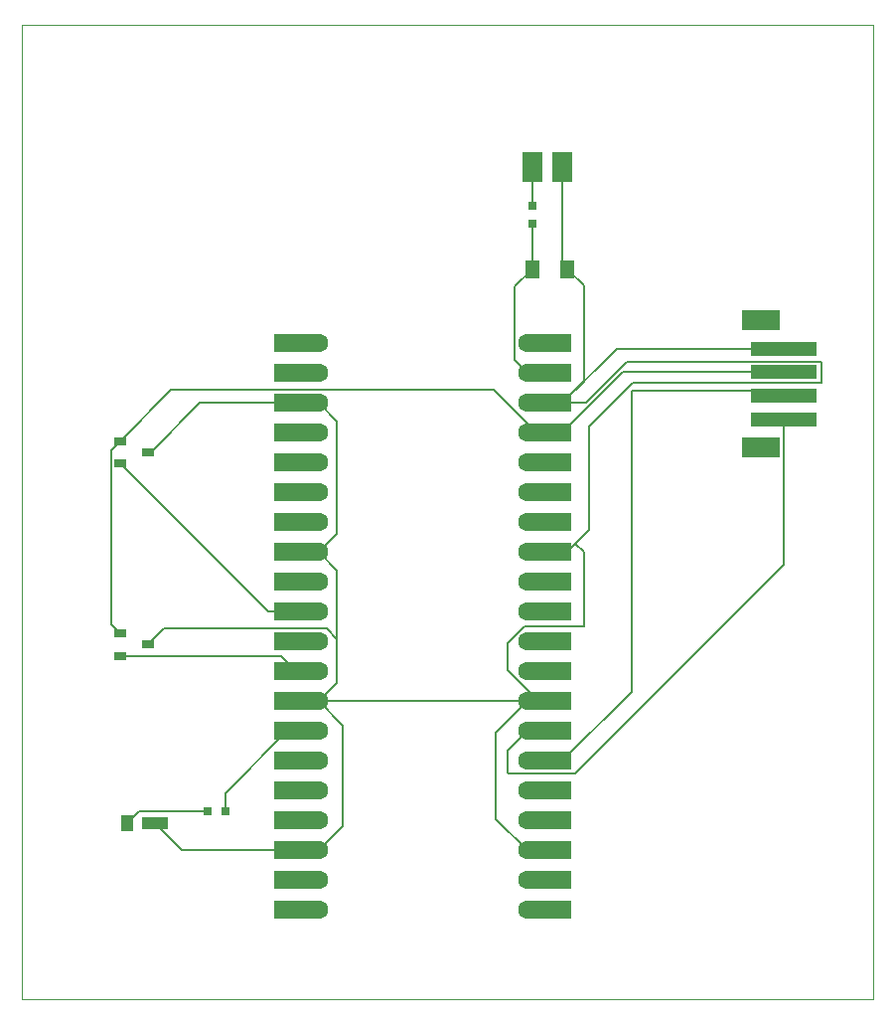
<source format=gbr>
%TF.GenerationSoftware,KiCad,Pcbnew,8.0.7*%
%TF.CreationDate,2025-03-19T08:30:43+02:00*%
%TF.ProjectId,obstacle,6f627374-6163-46c6-952e-6b696361645f,rev?*%
%TF.SameCoordinates,Original*%
%TF.FileFunction,OtherDrawing,Comment*%
%FSLAX46Y46*%
G04 Gerber Fmt 4.6, Leading zero omitted, Abs format (unit mm)*
G04 Created by KiCad (PCBNEW 8.0.7) date 2025-03-19 08:30:43*
%MOMM*%
%LPD*%
G01*
G04 APERTURE LIST*
%ADD10C,1.600000*%
%TA.AperFunction,SMDPad,CuDef*%
%ADD11R,1.000000X0.700000*%
%TD*%
%TA.AperFunction,SMDPad,CuDef*%
%ADD12R,1.700000X2.500000*%
%TD*%
%TA.AperFunction,SMDPad,CuDef*%
%ADD13R,2.300000X1.000000*%
%TD*%
%TA.AperFunction,SMDPad,CuDef*%
%ADD14R,1.100000X1.400000*%
%TD*%
%TA.AperFunction,SMDPad,CuDef*%
%ADD15R,0.800000X0.800000*%
%TD*%
%TA.AperFunction,SMDPad,CuDef*%
%ADD16R,1.200000X1.600000*%
%TD*%
%TA.AperFunction,SMDPad,CuDef*%
%ADD17R,3.810000X1.600000*%
%TD*%
%TA.AperFunction,ComponentPad*%
%ADD18C,1.600000*%
%TD*%
%TA.AperFunction,SMDPad,CuDef*%
%ADD19R,3.200000X1.800000*%
%TD*%
%TA.AperFunction,SMDPad,CuDef*%
%ADD20R,5.700000X1.200000*%
%TD*%
%TA.AperFunction,Conductor*%
%ADD21C,0.200000*%
%TD*%
%TA.AperFunction,Profile*%
%ADD22C,0.050000*%
%TD*%
G04 APERTURE END LIST*
%LPC*%
D10*
X111915000Y-90940000D03*
X111915000Y-93480000D03*
X111915000Y-96020000D03*
X111915000Y-98560000D03*
X111915000Y-101100000D03*
X111915000Y-103640000D03*
X111915000Y-106180000D03*
X111915000Y-108720000D03*
X111915000Y-111260000D03*
X111915000Y-113800000D03*
X111915000Y-116340000D03*
X111915000Y-118880000D03*
X111915000Y-121420000D03*
X111915000Y-123960000D03*
X111915000Y-126500000D03*
X111915000Y-129040000D03*
X111915000Y-131580000D03*
X111915000Y-134120000D03*
X111915000Y-136660000D03*
X111915000Y-139200000D03*
X129695000Y-139200000D03*
X129695000Y-136660000D03*
X129695000Y-134120000D03*
X129695000Y-131580000D03*
X129695000Y-129040000D03*
X129695000Y-126500000D03*
X129695000Y-123960000D03*
X129695000Y-121420000D03*
X129695000Y-118880000D03*
X129695000Y-116340000D03*
X129695000Y-113800000D03*
X129695000Y-111260000D03*
X129695000Y-108720000D03*
X129695000Y-106180000D03*
X129695000Y-103640000D03*
X129695000Y-101100000D03*
X129695000Y-98560000D03*
X129695000Y-96020000D03*
X129695000Y-93480000D03*
X129695000Y-90940000D03*
%LPD*%
D11*
X95000000Y-115650000D03*
X95000000Y-117550000D03*
X97400000Y-116600000D03*
D12*
X130150000Y-75900000D03*
X132690000Y-75900000D03*
D13*
X97950000Y-131800000D03*
D14*
X95600000Y-131800000D03*
D15*
X130150000Y-80750000D03*
X130150000Y-79250000D03*
D16*
X130100000Y-84600000D03*
X133100000Y-84600000D03*
D11*
X95000000Y-99250000D03*
X95000000Y-101150000D03*
X97400000Y-100200000D03*
D17*
X110010000Y-90940000D03*
D18*
X111915000Y-90940000D03*
D17*
X110010000Y-93480000D03*
D18*
X111915000Y-93480000D03*
D17*
X110010000Y-96020000D03*
D18*
X111915000Y-96020000D03*
D17*
X110010000Y-98560000D03*
D18*
X111915000Y-98560000D03*
D17*
X110010000Y-101100000D03*
D18*
X111915000Y-101100000D03*
D17*
X110010000Y-103640000D03*
D18*
X111915000Y-103640000D03*
D17*
X110010000Y-106180000D03*
D18*
X111915000Y-106180000D03*
D17*
X110010000Y-108720000D03*
D18*
X111915000Y-108720000D03*
D17*
X110010000Y-111250444D03*
D18*
X111915000Y-111260000D03*
D17*
X110010000Y-113800000D03*
D18*
X111915000Y-113800000D03*
D17*
X110010000Y-116340000D03*
D18*
X111915000Y-116340000D03*
D17*
X110010000Y-118880000D03*
D18*
X111915000Y-118880000D03*
D17*
X110010000Y-121420000D03*
D18*
X111915000Y-121420000D03*
D17*
X110010000Y-123960000D03*
D18*
X111915000Y-123960000D03*
D17*
X110010000Y-126500000D03*
D18*
X111915000Y-126500000D03*
D17*
X110010000Y-129040000D03*
D18*
X111915000Y-129040000D03*
D17*
X110010000Y-131580000D03*
D18*
X111915000Y-131580000D03*
D17*
X110010000Y-134120000D03*
D18*
X111915000Y-134120000D03*
D17*
X110010000Y-136660000D03*
D18*
X111915000Y-136660000D03*
D17*
X110010000Y-139200000D03*
D18*
X111915000Y-139200000D03*
X129695000Y-139200000D03*
D17*
X131600000Y-139200000D03*
D18*
X129695000Y-136660000D03*
D17*
X131600000Y-136660000D03*
D18*
X129695000Y-134120000D03*
D17*
X131600000Y-134120000D03*
D18*
X129695000Y-131580000D03*
D17*
X131600000Y-131580000D03*
D18*
X129695000Y-129040000D03*
D17*
X131600000Y-129040000D03*
D18*
X129695000Y-126500000D03*
D17*
X131600000Y-126500000D03*
D18*
X129695000Y-123960000D03*
D17*
X131600000Y-123960000D03*
D18*
X129695000Y-121420000D03*
D17*
X131600000Y-121420000D03*
D18*
X129695000Y-118880000D03*
D17*
X131600000Y-118880000D03*
D18*
X129695000Y-116340000D03*
D17*
X131600000Y-116340000D03*
D18*
X129695000Y-113800000D03*
D17*
X131591443Y-113772136D03*
D18*
X129695000Y-111260000D03*
D17*
X131600000Y-111260000D03*
D18*
X129695000Y-108720000D03*
D17*
X131600000Y-108720000D03*
D18*
X129695000Y-106180000D03*
D17*
X131600000Y-106180000D03*
D18*
X129695000Y-103640000D03*
D17*
X131600000Y-103640000D03*
D18*
X129695000Y-101100000D03*
D17*
X131600000Y-101100000D03*
D18*
X129695000Y-98560000D03*
D17*
X131600000Y-98560000D03*
D18*
X129695000Y-96020000D03*
D17*
X131600000Y-96020000D03*
D18*
X129695000Y-93480000D03*
D17*
X131600000Y-93480000D03*
D18*
X129695000Y-90940000D03*
D17*
X131600000Y-90940000D03*
D15*
X103950000Y-130800000D03*
X102450000Y-130800000D03*
D19*
X149600000Y-89000000D03*
X149600000Y-99800000D03*
D20*
X151600000Y-91400000D03*
X151600000Y-93400000D03*
X151600000Y-95400000D03*
X151600000Y-97400000D03*
D21*
X134500000Y-94225000D02*
X132705000Y-96020000D01*
X134500000Y-86000000D02*
X134500000Y-94225000D01*
X133100000Y-84600000D02*
X134500000Y-86000000D01*
X128000000Y-125655000D02*
X129695000Y-123960000D01*
X133800000Y-127600000D02*
X128100000Y-127600000D01*
X151600000Y-109800000D02*
X133800000Y-127600000D01*
X128100000Y-127600000D02*
X128000000Y-127500000D01*
X128000000Y-127500000D02*
X128000000Y-125655000D01*
X151600000Y-97400000D02*
X151600000Y-109800000D01*
X127000000Y-131425000D02*
X129695000Y-134120000D01*
X127000000Y-124115000D02*
X127000000Y-131425000D01*
X129695000Y-121420000D02*
X127000000Y-124115000D01*
X114000000Y-123505000D02*
X111915000Y-121420000D01*
X111915000Y-134120000D02*
X114000000Y-132035000D01*
X114000000Y-132035000D02*
X114000000Y-123505000D01*
X113500000Y-119835000D02*
X111915000Y-121420000D01*
X98760000Y-115240000D02*
X112640000Y-115240000D01*
X97400000Y-116600000D02*
X98760000Y-115240000D01*
X112640000Y-115240000D02*
X113500000Y-116100000D01*
X113500000Y-116100000D02*
X113500000Y-119835000D01*
X113500000Y-110305000D02*
X113500000Y-116115000D01*
X111915000Y-108720000D02*
X113500000Y-110305000D01*
X111915000Y-96020000D02*
X113500000Y-97605000D01*
X113500000Y-97605000D02*
X113500000Y-107135000D01*
X113500000Y-107135000D02*
X111915000Y-108720000D01*
X130679365Y-121420000D02*
X131600000Y-121420000D01*
X129479365Y-115000000D02*
X128000000Y-116479365D01*
X128000000Y-116479365D02*
X128000000Y-118740635D01*
X134500000Y-108695000D02*
X134500000Y-115000000D01*
X133805000Y-108000000D02*
X134500000Y-108695000D01*
X134500000Y-115000000D02*
X129479365Y-115000000D01*
X128000000Y-118740635D02*
X130679365Y-121420000D01*
X135000000Y-106805000D02*
X133805000Y-108000000D01*
X138699314Y-94300000D02*
X135000000Y-97999314D01*
X154750000Y-92500000D02*
X154750000Y-94300000D01*
X138199314Y-92500000D02*
X154750000Y-92500000D01*
X134679314Y-96020000D02*
X138199314Y-92500000D01*
X131600000Y-96020000D02*
X134679314Y-96020000D01*
X154750000Y-94300000D02*
X138699314Y-94300000D01*
X135000000Y-97999314D02*
X135000000Y-106805000D01*
X97400000Y-100200000D02*
X97600000Y-100200000D01*
X100270000Y-134120000D02*
X110010000Y-134120000D01*
X132690000Y-75900000D02*
X132690000Y-84190000D01*
X97950000Y-131800000D02*
X100270000Y-134120000D01*
X97600000Y-100200000D02*
X101780000Y-96020000D01*
X133085000Y-108720000D02*
X133805000Y-108000000D01*
X129695000Y-108720000D02*
X133085000Y-108720000D01*
X151600000Y-91400000D02*
X137325000Y-91400000D01*
X137325000Y-91400000D02*
X132705000Y-96020000D01*
X101780000Y-96020000D02*
X110010000Y-96020000D01*
X132705000Y-96020000D02*
X131600000Y-96020000D01*
X129695000Y-121420000D02*
X111915000Y-121420000D01*
X132690000Y-84190000D02*
X133100000Y-84600000D01*
X128595000Y-86105000D02*
X128595000Y-92380000D01*
X128595000Y-92380000D02*
X129695000Y-93480000D01*
X130150000Y-84550000D02*
X130100000Y-84600000D01*
X130100000Y-84600000D02*
X128595000Y-86105000D01*
X130150000Y-80750000D02*
X130150000Y-84550000D01*
X96600000Y-130800000D02*
X95600000Y-131800000D01*
X102450000Y-130800000D02*
X96600000Y-130800000D01*
X130150000Y-75900000D02*
X130150000Y-79250000D01*
X132705000Y-98560000D02*
X137865000Y-93400000D01*
X94200000Y-114850000D02*
X94200000Y-100050000D01*
X137865000Y-93400000D02*
X151600000Y-93400000D01*
X131600000Y-98560000D02*
X132705000Y-98560000D01*
X95000000Y-115650000D02*
X94200000Y-114850000D01*
X126855000Y-94920000D02*
X130495000Y-98560000D01*
X130495000Y-98560000D02*
X131600000Y-98560000D01*
X94200000Y-100050000D02*
X95000000Y-99250000D01*
X99330000Y-94920000D02*
X126855000Y-94920000D01*
X95000000Y-99250000D02*
X99330000Y-94920000D01*
X111915000Y-113800000D02*
X107650000Y-113800000D01*
X107650000Y-113800000D02*
X95000000Y-101150000D01*
X107650000Y-113800000D02*
X110010000Y-113800000D01*
X138600000Y-120605000D02*
X132705000Y-126500000D01*
X132705000Y-126500000D02*
X131600000Y-126500000D01*
X151600000Y-95400000D02*
X149400000Y-95400000D01*
X149000000Y-95000000D02*
X138600000Y-95000000D01*
X138600000Y-95000000D02*
X138600000Y-120605000D01*
X149400000Y-95400000D02*
X149000000Y-95000000D01*
X103950000Y-129255000D02*
X109245000Y-123960000D01*
X103950000Y-130800000D02*
X103950000Y-129255000D01*
X109245000Y-123960000D02*
X110010000Y-123960000D01*
X108680000Y-117550000D02*
X110010000Y-118880000D01*
X95000000Y-117550000D02*
X108680000Y-117550000D01*
D22*
X86600000Y-63800000D02*
X159200000Y-63800000D01*
X159200000Y-146800000D01*
X86600000Y-146800000D01*
X86600000Y-63800000D01*
M02*

</source>
